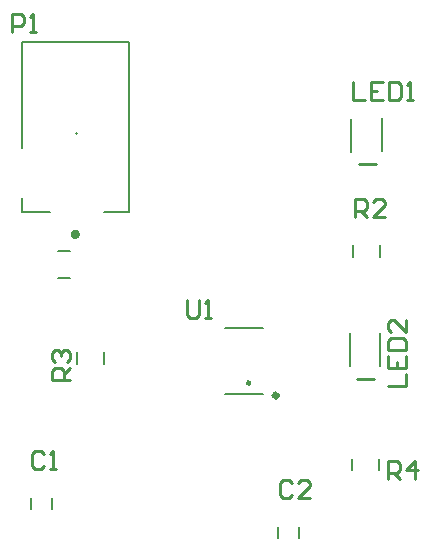
<source format=gto>
G04*
G04 #@! TF.GenerationSoftware,Altium Limited,Altium Designer,23.5.1 (21)*
G04*
G04 Layer_Color=65535*
%FSLAX44Y44*%
%MOMM*%
G71*
G04*
G04 #@! TF.SameCoordinates,ED751DBE-17B5-46BE-BD0A-66C7010D1C8E*
G04*
G04*
G04 #@! TF.FilePolarity,Positive*
G04*
G01*
G75*
%ADD10C,0.5080*%
%ADD11C,0.3000*%
%ADD12C,0.4000*%
%ADD13C,0.2000*%
%ADD14C,0.1270*%
%ADD15C,0.2540*%
%ADD16C,0.1524*%
D10*
X240590Y200660D02*
G03*
X240590Y200660I-1250J0D01*
G01*
D11*
X217154Y211328D02*
G03*
X217154Y211328I-1000J0D01*
G01*
D12*
X71596Y337002D02*
G03*
X71596Y337002I-2000J0D01*
G01*
D13*
X196088Y202184D02*
X228088D01*
X196092Y257556D02*
X228092D01*
D14*
X24850Y410180D02*
Y499680D01*
X93980Y355680D02*
X114850D01*
Y499680D01*
X24850D02*
X114850D01*
X24850Y355680D02*
X47752D01*
X24850D02*
Y367736D01*
D15*
X69850Y422600D02*
Y422680D01*
X308356Y214884D02*
X322580D01*
X309626Y396494D02*
X323850D01*
X163830Y281427D02*
Y268731D01*
X166369Y266192D01*
X171448D01*
X173987Y268731D01*
Y281427D01*
X179065Y266192D02*
X184143D01*
X181604D01*
Y281427D01*
X179065Y278888D01*
X15748Y508000D02*
Y523235D01*
X23365D01*
X25905Y520696D01*
Y515617D01*
X23365Y513078D01*
X15748D01*
X30983Y508000D02*
X36061D01*
X33522D01*
Y523235D01*
X30983Y520696D01*
X64767Y213364D02*
X49532D01*
Y220982D01*
X52072Y223521D01*
X57150D01*
X59689Y220982D01*
Y213364D01*
Y218442D02*
X64767Y223521D01*
X52072Y228599D02*
X49532Y231138D01*
Y236217D01*
X52072Y238756D01*
X54611D01*
X57150Y236217D01*
Y233678D01*
Y236217D01*
X59689Y238756D01*
X62228D01*
X64767Y236217D01*
Y231138D01*
X62228Y228599D01*
X43177Y151126D02*
X40637Y153665D01*
X35559D01*
X33020Y151126D01*
Y140969D01*
X35559Y138430D01*
X40637D01*
X43177Y140969D01*
X48255Y138430D02*
X53333D01*
X50794D01*
Y153665D01*
X48255Y151126D01*
X334012Y208289D02*
X349248D01*
Y218446D01*
X334012Y233681D02*
Y223524D01*
X349248D01*
Y233681D01*
X341630Y223524D02*
Y228603D01*
X334012Y238759D02*
X349248D01*
Y246377D01*
X346708Y248916D01*
X336552D01*
X334012Y246377D01*
Y238759D01*
X349248Y264151D02*
Y253994D01*
X339091Y264151D01*
X336552D01*
X334012Y261612D01*
Y256533D01*
X336552Y253994D01*
X334014Y129543D02*
Y144777D01*
X341632D01*
X344171Y142238D01*
Y137160D01*
X341632Y134621D01*
X334014D01*
X339092D02*
X344171Y129543D01*
X356867D02*
Y144777D01*
X349249Y137160D01*
X359406D01*
X305054Y466085D02*
Y450850D01*
X315211D01*
X330446Y466085D02*
X320289D01*
Y450850D01*
X330446D01*
X320289Y458467D02*
X325367D01*
X335524Y466085D02*
Y450850D01*
X343142D01*
X345681Y453389D01*
Y463546D01*
X343142Y466085D01*
X335524D01*
X350759Y450850D02*
X355838D01*
X353298D01*
Y466085D01*
X350759Y463546D01*
X306578Y352044D02*
Y367279D01*
X314195D01*
X316735Y364740D01*
Y359661D01*
X314195Y357122D01*
X306578D01*
X311656D02*
X316735Y352044D01*
X331970D02*
X321813D01*
X331970Y362201D01*
Y364740D01*
X329431Y367279D01*
X324352D01*
X321813Y364740D01*
X252981Y126742D02*
X250441Y129281D01*
X245363D01*
X242824Y126742D01*
Y116585D01*
X245363Y114046D01*
X250441D01*
X252981Y116585D01*
X268216Y114046D02*
X258059D01*
X268216Y124203D01*
Y126742D01*
X265677Y129281D01*
X260598D01*
X258059Y126742D01*
D16*
X71150Y227584D02*
Y237236D01*
X93950Y227584D02*
Y237236D01*
X49530Y104394D02*
Y114046D01*
X31750Y104394D02*
Y114046D01*
X327960Y225806D02*
Y253746D01*
X301960Y225552D02*
Y253492D01*
X303560Y137414D02*
Y147066D01*
X326360Y137414D02*
Y147066D01*
X329230Y407416D02*
Y435356D01*
X303230Y407162D02*
Y435102D01*
X304830Y318008D02*
Y327660D01*
X327630Y318008D02*
Y327660D01*
X55118Y322550D02*
X64770D01*
X55118Y299750D02*
X64770D01*
X259080Y80010D02*
Y89662D01*
X241300Y80010D02*
Y89662D01*
M02*

</source>
